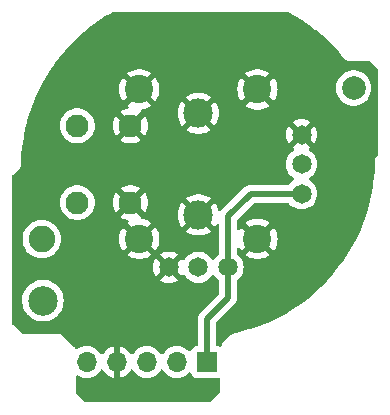
<source format=gbr>
%TF.GenerationSoftware,KiCad,Pcbnew,7.0.5*%
%TF.CreationDate,2023-08-21T15:09:17-04:00*%
%TF.ProjectId,StickLeft,53746963-6b4c-4656-9674-2e6b69636164,rev?*%
%TF.SameCoordinates,Original*%
%TF.FileFunction,Copper,L2,Bot*%
%TF.FilePolarity,Positive*%
%FSLAX46Y46*%
G04 Gerber Fmt 4.6, Leading zero omitted, Abs format (unit mm)*
G04 Created by KiCad (PCBNEW 7.0.5) date 2023-08-21 15:09:17*
%MOMM*%
%LPD*%
G01*
G04 APERTURE LIST*
%TA.AperFunction,ComponentPad*%
%ADD10R,1.700000X1.700000*%
%TD*%
%TA.AperFunction,ComponentPad*%
%ADD11O,1.700000X1.700000*%
%TD*%
%TA.AperFunction,ComponentPad*%
%ADD12C,1.950000*%
%TD*%
%TA.AperFunction,ComponentPad*%
%ADD13C,1.650000*%
%TD*%
%TA.AperFunction,ComponentPad*%
%ADD14C,2.000000*%
%TD*%
%TA.AperFunction,ComponentPad*%
%ADD15C,2.500000*%
%TD*%
%TA.AperFunction,ComponentPad*%
%ADD16C,2.250000*%
%TD*%
%TA.AperFunction,ComponentPad*%
%ADD17C,2.400000*%
%TD*%
%TA.AperFunction,ComponentPad*%
%ADD18C,2.475000*%
%TD*%
%TA.AperFunction,ViaPad*%
%ADD19C,0.600000*%
%TD*%
%TA.AperFunction,Conductor*%
%ADD20C,0.500000*%
%TD*%
G04 APERTURE END LIST*
D10*
%TO.P,J1,1,Pin_1*%
%TO.N,Net-(J1-Pin_1)*%
X143830000Y-119430000D03*
D11*
%TO.P,J1,2,Pin_2*%
%TO.N,Net-(J1-Pin_2)*%
X141290000Y-119430000D03*
%TO.P,J1,3,Pin_3*%
%TO.N,Net-(J1-Pin_3)*%
X138750000Y-119430000D03*
%TO.P,J1,4,Pin_4*%
%TO.N,GND*%
X136210000Y-119430000D03*
%TO.P,J1,5,Pin_5*%
%TO.N,Net-(J1-Pin_5)*%
X133670000Y-119430000D03*
%TD*%
D12*
%TO.P,U1,A1,A1*%
%TO.N,GND*%
X137370000Y-105940000D03*
X137370000Y-99440000D03*
D13*
%TO.P,U1,A11,A11*%
X140620000Y-111420000D03*
%TO.P,U1,A12,A12*%
%TO.N,Net-(J1-Pin_3)*%
X143120000Y-111420000D03*
%TO.P,U1,A13,A13*%
%TO.N,Net-(J1-Pin_1)*%
X145620000Y-111420000D03*
D12*
%TO.P,U1,B1,B1*%
%TO.N,Net-(J1-Pin_5)*%
X132870000Y-105940000D03*
X132870000Y-99440000D03*
D14*
%TO.P,U1,B2*%
%TO.N,N/C*%
X156260000Y-96242000D03*
D15*
X129960000Y-114242000D03*
D16*
%TO.P,U1,B3*%
X129860000Y-109042000D03*
D13*
%TO.P,U1,B11,B11*%
%TO.N,Net-(J1-Pin_1)*%
X151850000Y-105190000D03*
%TO.P,U1,B12,B12*%
%TO.N,Net-(J1-Pin_2)*%
X151850000Y-102690000D03*
%TO.P,U1,B13,B13*%
%TO.N,GND*%
X151850000Y-100190000D03*
D17*
%TO.P,U1,MH1,MH1*%
X148120000Y-109015000D03*
X148120000Y-96365000D03*
X138120000Y-109015000D03*
X138120000Y-96365000D03*
D18*
%TO.P,U1,MH2,MH2*%
X143120000Y-106990000D03*
X143120000Y-98390000D03*
%TD*%
D19*
%TO.N,GND*%
X130000000Y-100000000D03*
X132500000Y-95000000D03*
X132500000Y-117500000D03*
X135000000Y-122500000D03*
X142500000Y-122500000D03*
X150000000Y-115000000D03*
X155000000Y-110000000D03*
X157500000Y-105000000D03*
X157500000Y-100000000D03*
X152500000Y-92500000D03*
X147500000Y-92500000D03*
X142500000Y-92500000D03*
X137500000Y-92500000D03*
%TD*%
D20*
%TO.N,Net-(J1-Pin_1)*%
X147540000Y-105190000D02*
X145620000Y-107110000D01*
X145620000Y-111420000D02*
X145620000Y-114030000D01*
X145620000Y-114030000D02*
X143830000Y-115820000D01*
X143830000Y-115820000D02*
X143830000Y-119430000D01*
X145620000Y-107110000D02*
X145620000Y-111420000D01*
X151850000Y-105190000D02*
X147540000Y-105190000D01*
%TD*%
%TA.AperFunction,Conductor*%
%TO.N,GND*%
G36*
X136460000Y-120760633D02*
G01*
X136673483Y-120703433D01*
X136673492Y-120703429D01*
X136887578Y-120603600D01*
X137081082Y-120468105D01*
X137248105Y-120301082D01*
X137378119Y-120115405D01*
X137432696Y-120071781D01*
X137502195Y-120064588D01*
X137564549Y-120096110D01*
X137581269Y-120115405D01*
X137711505Y-120301401D01*
X137878599Y-120468495D01*
X137975384Y-120536264D01*
X138072165Y-120604032D01*
X138072167Y-120604033D01*
X138072170Y-120604035D01*
X138286337Y-120703903D01*
X138514592Y-120765063D01*
X138691034Y-120780500D01*
X138749999Y-120785659D01*
X138750000Y-120785659D01*
X138750001Y-120785659D01*
X138808966Y-120780500D01*
X138985408Y-120765063D01*
X139213663Y-120703903D01*
X139427830Y-120604035D01*
X139621401Y-120468495D01*
X139788495Y-120301401D01*
X139918424Y-120115842D01*
X139973002Y-120072217D01*
X140042500Y-120065023D01*
X140104855Y-120096546D01*
X140121575Y-120115842D01*
X140251281Y-120301082D01*
X140251505Y-120301401D01*
X140418599Y-120468495D01*
X140515384Y-120536264D01*
X140612165Y-120604032D01*
X140612167Y-120604033D01*
X140612170Y-120604035D01*
X140826337Y-120703903D01*
X141054592Y-120765063D01*
X141231034Y-120780500D01*
X141289999Y-120785659D01*
X141290000Y-120785659D01*
X141290001Y-120785659D01*
X141348966Y-120780500D01*
X141525408Y-120765063D01*
X141753663Y-120703903D01*
X141967830Y-120604035D01*
X142161401Y-120468495D01*
X142283329Y-120346566D01*
X142344648Y-120313084D01*
X142414340Y-120318068D01*
X142470274Y-120359939D01*
X142487189Y-120390917D01*
X142536202Y-120522328D01*
X142536206Y-120522335D01*
X142622452Y-120637544D01*
X142622455Y-120637547D01*
X142737664Y-120723793D01*
X142737671Y-120723797D01*
X142872517Y-120774091D01*
X142872516Y-120774091D01*
X142879444Y-120774835D01*
X142932127Y-120780500D01*
X144727872Y-120780499D01*
X144787483Y-120774091D01*
X144798106Y-120770128D01*
X144867795Y-120765142D01*
X144929119Y-120798624D01*
X144962607Y-120859946D01*
X144965441Y-120886853D01*
X144960702Y-121966721D01*
X144940723Y-122033674D01*
X144920493Y-122057584D01*
X144100870Y-122808907D01*
X144038150Y-122839697D01*
X144017080Y-122841500D01*
X133618676Y-122841500D01*
X133551637Y-122821815D01*
X133530995Y-122805181D01*
X132796818Y-122071004D01*
X132763333Y-122009681D01*
X132760499Y-121983332D01*
X132760499Y-120680018D01*
X132780184Y-120612980D01*
X132832988Y-120567225D01*
X132902146Y-120557281D01*
X132955621Y-120578443D01*
X132992170Y-120604035D01*
X133206337Y-120703903D01*
X133434592Y-120765063D01*
X133611034Y-120780500D01*
X133669999Y-120785659D01*
X133670000Y-120785659D01*
X133670001Y-120785659D01*
X133728966Y-120780500D01*
X133905408Y-120765063D01*
X134133663Y-120703903D01*
X134347830Y-120604035D01*
X134541401Y-120468495D01*
X134708495Y-120301401D01*
X134838730Y-120115405D01*
X134893307Y-120071781D01*
X134962805Y-120064587D01*
X135025160Y-120096110D01*
X135041879Y-120115405D01*
X135171890Y-120301078D01*
X135338917Y-120468105D01*
X135532421Y-120603600D01*
X135746507Y-120703429D01*
X135746516Y-120703433D01*
X135960000Y-120760634D01*
X135960000Y-119865501D01*
X136067685Y-119914680D01*
X136174237Y-119930000D01*
X136245763Y-119930000D01*
X136352315Y-119914680D01*
X136460000Y-119865501D01*
X136460000Y-120760633D01*
G37*
%TD.AperFunction*%
%TA.AperFunction,Conductor*%
G36*
X150858737Y-89858437D02*
G01*
X151326673Y-90121786D01*
X151329129Y-90123244D01*
X151913445Y-90488496D01*
X151915793Y-90490041D01*
X152482649Y-90881792D01*
X152484953Y-90883464D01*
X152948609Y-91236510D01*
X153033179Y-91300905D01*
X153035395Y-91302674D01*
X153563816Y-91744911D01*
X153565963Y-91746794D01*
X154073446Y-92212878D01*
X154075505Y-92214857D01*
X154561021Y-92703840D01*
X154562954Y-92705878D01*
X155025448Y-93216707D01*
X155027292Y-93218841D01*
X155464151Y-93748448D01*
X155468485Y-93754387D01*
X155480529Y-93773128D01*
X155481508Y-93773977D01*
X155497763Y-93791018D01*
X155507417Y-93803287D01*
X155507418Y-93803288D01*
X155507423Y-93803293D01*
X155563594Y-93845314D01*
X155567057Y-93848104D01*
X155589299Y-93867377D01*
X155595898Y-93871618D01*
X155609676Y-93879790D01*
X155612937Y-93882230D01*
X155612938Y-93882230D01*
X155612939Y-93882231D01*
X155683163Y-93910320D01*
X155685853Y-93911471D01*
X155720215Y-93927165D01*
X155720216Y-93927165D01*
X155727394Y-93929273D01*
X155727422Y-93929167D01*
X155735292Y-93931172D01*
X155735298Y-93931175D01*
X155769679Y-93935275D01*
X155809671Y-93940045D01*
X155811152Y-93940240D01*
X155818083Y-93941236D01*
X155826873Y-93942500D01*
X155826884Y-93942500D01*
X155828348Y-93942605D01*
X155833921Y-93942936D01*
X155849073Y-93944743D01*
X155866153Y-93946781D01*
X155866154Y-93946781D01*
X155866154Y-93946780D01*
X155866155Y-93946781D01*
X155887074Y-93943766D01*
X155904757Y-93942500D01*
X157599139Y-93942500D01*
X157666178Y-93962185D01*
X157686701Y-93978700D01*
X158097225Y-94388130D01*
X158323063Y-94613366D01*
X158356630Y-94674644D01*
X158359499Y-94701164D01*
X158359499Y-101878000D01*
X158339814Y-101945039D01*
X158321900Y-101966943D01*
X158258242Y-102028781D01*
X158252474Y-102033735D01*
X158252178Y-102033959D01*
X158206732Y-102078817D01*
X158182457Y-102102400D01*
X158180920Y-102104123D01*
X158178224Y-102106958D01*
X158158385Y-102126542D01*
X158158384Y-102126543D01*
X158143149Y-102152536D01*
X158138747Y-102159061D01*
X158116646Y-102187710D01*
X158108538Y-102208521D01*
X158099983Y-102226196D01*
X158091752Y-102240240D01*
X158081985Y-102275767D01*
X158079973Y-102281837D01*
X158064400Y-102321812D01*
X158063125Y-102336615D01*
X158059151Y-102358821D01*
X158056818Y-102367307D01*
X158056818Y-102367314D01*
X158056535Y-102410845D01*
X158056308Y-102415762D01*
X158052051Y-102465203D01*
X158052051Y-102465209D01*
X158052086Y-102465378D01*
X158054487Y-102493851D01*
X158033079Y-103176344D01*
X158032905Y-103179422D01*
X157972803Y-103918990D01*
X157972479Y-103922029D01*
X157939758Y-104170731D01*
X157875691Y-104657670D01*
X157875213Y-104660716D01*
X157741978Y-105390623D01*
X157741349Y-105393642D01*
X157571991Y-106116042D01*
X157571213Y-106119026D01*
X157366155Y-106832107D01*
X157365230Y-106835048D01*
X157124979Y-107537054D01*
X157123909Y-107539946D01*
X156849060Y-108229138D01*
X156847847Y-108231973D01*
X156539081Y-108906641D01*
X156537729Y-108909412D01*
X156195797Y-109567919D01*
X156194309Y-109570620D01*
X155820077Y-110211296D01*
X155818456Y-110213919D01*
X155412837Y-110835206D01*
X155411087Y-110837745D01*
X154975069Y-111438123D01*
X154973195Y-111440572D01*
X154507895Y-112018501D01*
X154505903Y-112020854D01*
X154012439Y-112574951D01*
X154010332Y-112577202D01*
X153489951Y-113106069D01*
X153487734Y-113108213D01*
X152941670Y-113610589D01*
X152939350Y-113612620D01*
X152369018Y-114087207D01*
X152366599Y-114089120D01*
X151773365Y-114534781D01*
X151770854Y-114536571D01*
X151156199Y-114952192D01*
X151153603Y-114953855D01*
X150895168Y-115110471D01*
X150519054Y-115338403D01*
X150516396Y-115339926D01*
X149863518Y-115692454D01*
X149860769Y-115693851D01*
X149191160Y-116013496D01*
X149188345Y-116014755D01*
X148503687Y-116300714D01*
X148500813Y-116301831D01*
X147802794Y-116553400D01*
X147799869Y-116554373D01*
X147090188Y-116770938D01*
X147087218Y-116771764D01*
X146365478Y-116953329D01*
X146363980Y-116953686D01*
X146300494Y-116967990D01*
X146295857Y-116969369D01*
X146244695Y-116981140D01*
X146244685Y-116981143D01*
X146015900Y-117067946D01*
X146015892Y-117067950D01*
X145801034Y-117185065D01*
X145801032Y-117185066D01*
X145604104Y-117330309D01*
X145604096Y-117330316D01*
X145428749Y-117500995D01*
X145278238Y-117693942D01*
X145278236Y-117693945D01*
X145155376Y-117905550D01*
X145155369Y-117905564D01*
X145087882Y-118069923D01*
X145044208Y-118124461D01*
X144977982Y-118146730D01*
X144929842Y-118139005D01*
X144787482Y-118085908D01*
X144787483Y-118085908D01*
X144727883Y-118079501D01*
X144727881Y-118079500D01*
X144727873Y-118079500D01*
X144727865Y-118079500D01*
X144704500Y-118079500D01*
X144637461Y-118059815D01*
X144591706Y-118007011D01*
X144580500Y-117955500D01*
X144580500Y-116182228D01*
X144600185Y-116115189D01*
X144616814Y-116094552D01*
X146105638Y-114605727D01*
X146119267Y-114593950D01*
X146138530Y-114579610D01*
X146138532Y-114579606D01*
X146138534Y-114579606D01*
X146156663Y-114557999D01*
X146172113Y-114539585D01*
X146175767Y-114535599D01*
X146176585Y-114534781D01*
X146181590Y-114529777D01*
X146201376Y-114504750D01*
X146202494Y-114503378D01*
X146251302Y-114445214D01*
X146251303Y-114445211D01*
X146255272Y-114439179D01*
X146255323Y-114439212D01*
X146259369Y-114432860D01*
X146259317Y-114432828D01*
X146263109Y-114426679D01*
X146263111Y-114426677D01*
X146295195Y-114357869D01*
X146295958Y-114356292D01*
X146330040Y-114288433D01*
X146330043Y-114288417D01*
X146332510Y-114281644D01*
X146332568Y-114281665D01*
X146335043Y-114274546D01*
X146334985Y-114274527D01*
X146337255Y-114267677D01*
X146342556Y-114242004D01*
X146352608Y-114193319D01*
X146352990Y-114191596D01*
X146370501Y-114117716D01*
X146371339Y-114110548D01*
X146371397Y-114110554D01*
X146372164Y-114103056D01*
X146372104Y-114103051D01*
X146372733Y-114095860D01*
X146370526Y-114019988D01*
X146370500Y-114018185D01*
X146370500Y-112577180D01*
X146390185Y-112510141D01*
X146423377Y-112475605D01*
X146475269Y-112439270D01*
X146639270Y-112275269D01*
X146772301Y-112085282D01*
X146870320Y-111875079D01*
X146930349Y-111651050D01*
X146948870Y-111439357D01*
X146950563Y-111420001D01*
X146950563Y-111419998D01*
X146940681Y-111307047D01*
X146930349Y-111188950D01*
X146870320Y-110964921D01*
X146772301Y-110754719D01*
X146772299Y-110754716D01*
X146772298Y-110754714D01*
X146639273Y-110564735D01*
X146639268Y-110564729D01*
X146475272Y-110400733D01*
X146475270Y-110400731D01*
X146475269Y-110400730D01*
X146475264Y-110400726D01*
X146475261Y-110400724D01*
X146423376Y-110364393D01*
X146379751Y-110309816D01*
X146370500Y-110262819D01*
X146370500Y-109847551D01*
X146390185Y-109780512D01*
X146442989Y-109734757D01*
X146512147Y-109724813D01*
X146575703Y-109753838D01*
X146601887Y-109785551D01*
X146711457Y-109975332D01*
X146753452Y-110027993D01*
X146753453Y-110027993D01*
X147403338Y-109378108D01*
X147490577Y-109516948D01*
X147618052Y-109644423D01*
X147756890Y-109731661D01*
X147106813Y-110381737D01*
X147267623Y-110491375D01*
X147267624Y-110491376D01*
X147497176Y-110601921D01*
X147497174Y-110601921D01*
X147740652Y-110677024D01*
X147740658Y-110677026D01*
X147992595Y-110714999D01*
X147992604Y-110715000D01*
X148247396Y-110715000D01*
X148247404Y-110714999D01*
X148499341Y-110677026D01*
X148499347Y-110677024D01*
X148742824Y-110601921D01*
X148972381Y-110491373D01*
X149133185Y-110381737D01*
X148483108Y-109731661D01*
X148621948Y-109644423D01*
X148749423Y-109516948D01*
X148836661Y-109378108D01*
X149486545Y-110027993D01*
X149528545Y-109975327D01*
X149655941Y-109754671D01*
X149749026Y-109517494D01*
X149749031Y-109517477D01*
X149805726Y-109269079D01*
X149824767Y-109015004D01*
X149824767Y-109014995D01*
X149805726Y-108760920D01*
X149749031Y-108512522D01*
X149749026Y-108512505D01*
X149655941Y-108275328D01*
X149655942Y-108275328D01*
X149528544Y-108054671D01*
X149486546Y-108002006D01*
X148836661Y-108651890D01*
X148749423Y-108513052D01*
X148621948Y-108385577D01*
X148483107Y-108298337D01*
X149133185Y-107648261D01*
X148972377Y-107538624D01*
X148972376Y-107538623D01*
X148742823Y-107428078D01*
X148742825Y-107428078D01*
X148499347Y-107352975D01*
X148499341Y-107352973D01*
X148247404Y-107315000D01*
X147992595Y-107315000D01*
X147740658Y-107352973D01*
X147740652Y-107352975D01*
X147497175Y-107428078D01*
X147267624Y-107538623D01*
X147267616Y-107538628D01*
X147106813Y-107648261D01*
X147756891Y-108298338D01*
X147618052Y-108385577D01*
X147490577Y-108513052D01*
X147403338Y-108651891D01*
X146753453Y-108002006D01*
X146711455Y-108054670D01*
X146601887Y-108244448D01*
X146551320Y-108292664D01*
X146482713Y-108305886D01*
X146417848Y-108279918D01*
X146377320Y-108223004D01*
X146370500Y-108182448D01*
X146370500Y-107472230D01*
X146390185Y-107405191D01*
X146406819Y-107384549D01*
X147814549Y-105976819D01*
X147875872Y-105943334D01*
X147902230Y-105940500D01*
X150692820Y-105940500D01*
X150759859Y-105960185D01*
X150794394Y-105993376D01*
X150830730Y-106045269D01*
X150994731Y-106209270D01*
X151184718Y-106342301D01*
X151394921Y-106440320D01*
X151618950Y-106500349D01*
X151776424Y-106514126D01*
X151849998Y-106520563D01*
X151850000Y-106520563D01*
X151850002Y-106520563D01*
X151923576Y-106514126D01*
X152081050Y-106500349D01*
X152305079Y-106440320D01*
X152515282Y-106342301D01*
X152705269Y-106209270D01*
X152869270Y-106045269D01*
X153002301Y-105855282D01*
X153100320Y-105645079D01*
X153160349Y-105421050D01*
X153180563Y-105190000D01*
X153160349Y-104958950D01*
X153100320Y-104734921D01*
X153002301Y-104524719D01*
X153002299Y-104524716D01*
X153002298Y-104524714D01*
X152869273Y-104334735D01*
X152869268Y-104334729D01*
X152705269Y-104170730D01*
X152520814Y-104041572D01*
X152477192Y-103986998D01*
X152469999Y-103917499D01*
X152501521Y-103855145D01*
X152520809Y-103838430D01*
X152705269Y-103709270D01*
X152869270Y-103545269D01*
X153002301Y-103355282D01*
X153100320Y-103145079D01*
X153160349Y-102921050D01*
X153180563Y-102690000D01*
X153160349Y-102458950D01*
X153100320Y-102234921D01*
X153002301Y-102024719D01*
X153002299Y-102024716D01*
X153002298Y-102024714D01*
X152869273Y-101834735D01*
X152869268Y-101834729D01*
X152705269Y-101670730D01*
X152705269Y-101670729D01*
X152520379Y-101541268D01*
X152476757Y-101486693D01*
X152469564Y-101417194D01*
X152501086Y-101354840D01*
X152520381Y-101338120D01*
X152593423Y-101286975D01*
X152021568Y-100715121D01*
X152138458Y-100664349D01*
X152255739Y-100568934D01*
X152342928Y-100445415D01*
X152373354Y-100359802D01*
X152946975Y-100933423D01*
X153001867Y-100855030D01*
X153099847Y-100644909D01*
X153099851Y-100644900D01*
X153159852Y-100420968D01*
X153159854Y-100420958D01*
X153180061Y-100190000D01*
X153180061Y-100189999D01*
X153159854Y-99959041D01*
X153159852Y-99959031D01*
X153099851Y-99735099D01*
X153099847Y-99735090D01*
X153001868Y-99524972D01*
X152946974Y-99446576D01*
X152375929Y-100017622D01*
X152373116Y-100004085D01*
X152303558Y-99869844D01*
X152200362Y-99759348D01*
X152071181Y-99680791D01*
X152019997Y-99666450D01*
X152593423Y-99093024D01*
X152593422Y-99093023D01*
X152515031Y-99038133D01*
X152515029Y-99038132D01*
X152304909Y-98940152D01*
X152304900Y-98940148D01*
X152080968Y-98880147D01*
X152080958Y-98880145D01*
X151850001Y-98859939D01*
X151849999Y-98859939D01*
X151619041Y-98880145D01*
X151619031Y-98880147D01*
X151395099Y-98940148D01*
X151395090Y-98940152D01*
X151184971Y-99038132D01*
X151184969Y-99038133D01*
X151106577Y-99093024D01*
X151106576Y-99093024D01*
X151678431Y-99664878D01*
X151561542Y-99715651D01*
X151444261Y-99811066D01*
X151357072Y-99934585D01*
X151326645Y-100020197D01*
X150753024Y-99446576D01*
X150753024Y-99446577D01*
X150698133Y-99524969D01*
X150698132Y-99524971D01*
X150600152Y-99735090D01*
X150600148Y-99735099D01*
X150540147Y-99959031D01*
X150540145Y-99959041D01*
X150519939Y-100189999D01*
X150519939Y-100190000D01*
X150540145Y-100420958D01*
X150540147Y-100420968D01*
X150600148Y-100644900D01*
X150600152Y-100644909D01*
X150698132Y-100855029D01*
X150698133Y-100855031D01*
X150753023Y-100933422D01*
X150753024Y-100933423D01*
X151324070Y-100362376D01*
X151326884Y-100375915D01*
X151396442Y-100510156D01*
X151499638Y-100620652D01*
X151628819Y-100699209D01*
X151680002Y-100713549D01*
X151106575Y-101286975D01*
X151106575Y-101286976D01*
X151179618Y-101338120D01*
X151223243Y-101392696D01*
X151230437Y-101462194D01*
X151198915Y-101524549D01*
X151179619Y-101541270D01*
X150994731Y-101670730D01*
X150994729Y-101670731D01*
X150830731Y-101834729D01*
X150830726Y-101834735D01*
X150697701Y-102024714D01*
X150697699Y-102024718D01*
X150599681Y-102234917D01*
X150539651Y-102458948D01*
X150539650Y-102458955D01*
X150519437Y-102689998D01*
X150519437Y-102690001D01*
X150539650Y-102921044D01*
X150539651Y-102921051D01*
X150599678Y-103145074D01*
X150599679Y-103145076D01*
X150599680Y-103145079D01*
X150697699Y-103355282D01*
X150741520Y-103417864D01*
X150830730Y-103545269D01*
X150994730Y-103709269D01*
X151179183Y-103838425D01*
X151222808Y-103893002D01*
X151230000Y-103962501D01*
X151198478Y-104024855D01*
X151179183Y-104041575D01*
X150994731Y-104170730D01*
X150994729Y-104170731D01*
X150830731Y-104334729D01*
X150830726Y-104334735D01*
X150794395Y-104386623D01*
X150739819Y-104430248D01*
X150692820Y-104439500D01*
X147603705Y-104439500D01*
X147585735Y-104438191D01*
X147561972Y-104434710D01*
X147516533Y-104438686D01*
X147509931Y-104439264D01*
X147504530Y-104439500D01*
X147496283Y-104439500D01*
X147464606Y-104443202D01*
X147462832Y-104443384D01*
X147432390Y-104446047D01*
X147387198Y-104450001D01*
X147380132Y-104451460D01*
X147380120Y-104451404D01*
X147372763Y-104453035D01*
X147372777Y-104453092D01*
X147365740Y-104454760D01*
X147294385Y-104480729D01*
X147292685Y-104481320D01*
X147220668Y-104505184D01*
X147214126Y-104508235D01*
X147214101Y-104508183D01*
X147207308Y-104511471D01*
X147207334Y-104511522D01*
X147200886Y-104514760D01*
X147137476Y-104556465D01*
X147135957Y-104557432D01*
X147071344Y-104597288D01*
X147065677Y-104601769D01*
X147065641Y-104601723D01*
X147059798Y-104606484D01*
X147059835Y-104606528D01*
X147054309Y-104611164D01*
X147002229Y-104666364D01*
X147000974Y-104667657D01*
X145134358Y-106534272D01*
X145120729Y-106546051D01*
X145101468Y-106560390D01*
X145067898Y-106600397D01*
X145064253Y-106604376D01*
X145058407Y-106610223D01*
X145038618Y-106635251D01*
X145037482Y-106636645D01*
X145028080Y-106647851D01*
X144969910Y-106686556D01*
X144900050Y-106687668D01*
X144840678Y-106650834D01*
X144812196Y-106595742D01*
X144784966Y-106476440D01*
X144784960Y-106476421D01*
X144689822Y-106234012D01*
X144559612Y-106008483D01*
X144513230Y-105950321D01*
X143852740Y-106610811D01*
X143806870Y-106524290D01*
X143690698Y-106387522D01*
X143547840Y-106278924D01*
X143499765Y-106256682D01*
X144160172Y-105596274D01*
X143991186Y-105481062D01*
X143991177Y-105481057D01*
X143756562Y-105368073D01*
X143756564Y-105368073D01*
X143507722Y-105291315D01*
X143507716Y-105291314D01*
X143250213Y-105252500D01*
X142989786Y-105252500D01*
X142732283Y-105291314D01*
X142732277Y-105291315D01*
X142483436Y-105368073D01*
X142248819Y-105481059D01*
X142248806Y-105481066D01*
X142079826Y-105596273D01*
X142739606Y-106256053D01*
X142617787Y-106329350D01*
X142487508Y-106452757D01*
X142386804Y-106601284D01*
X142384219Y-106607771D01*
X141726769Y-105950322D01*
X141680385Y-106008486D01*
X141550177Y-106234012D01*
X141455039Y-106476421D01*
X141455033Y-106476440D01*
X141397088Y-106730317D01*
X141397087Y-106730322D01*
X141377628Y-106989995D01*
X141377628Y-106990004D01*
X141397087Y-107249677D01*
X141397088Y-107249682D01*
X141455033Y-107503559D01*
X141455039Y-107503578D01*
X141550177Y-107745987D01*
X141680387Y-107971516D01*
X141726768Y-108029677D01*
X141726769Y-108029677D01*
X142387258Y-107369187D01*
X142433130Y-107455710D01*
X142549302Y-107592478D01*
X142692160Y-107701076D01*
X142740234Y-107723317D01*
X142079826Y-108383724D01*
X142248813Y-108498937D01*
X142248822Y-108498942D01*
X142483437Y-108611926D01*
X142483435Y-108611926D01*
X142732277Y-108688684D01*
X142732283Y-108688685D01*
X142989786Y-108727499D01*
X142989793Y-108727500D01*
X143250207Y-108727500D01*
X143250213Y-108727499D01*
X143507716Y-108688685D01*
X143507722Y-108688684D01*
X143756563Y-108611926D01*
X143991177Y-108498942D01*
X143991179Y-108498941D01*
X144160172Y-108383724D01*
X143500393Y-107723946D01*
X143622213Y-107650650D01*
X143752492Y-107527243D01*
X143853196Y-107378716D01*
X143855780Y-107372228D01*
X144513229Y-108029677D01*
X144559615Y-107971511D01*
X144638113Y-107835551D01*
X144688680Y-107787335D01*
X144757287Y-107774113D01*
X144822152Y-107800081D01*
X144862680Y-107856995D01*
X144869500Y-107897551D01*
X144869500Y-110262819D01*
X144849815Y-110329858D01*
X144816624Y-110364393D01*
X144764738Y-110400724D01*
X144764727Y-110400733D01*
X144600731Y-110564729D01*
X144600726Y-110564735D01*
X144471575Y-110749183D01*
X144416998Y-110792808D01*
X144347500Y-110800002D01*
X144285145Y-110768479D01*
X144268425Y-110749183D01*
X144139273Y-110564735D01*
X144139268Y-110564729D01*
X143975269Y-110400730D01*
X143948144Y-110381737D01*
X143785282Y-110267699D01*
X143575079Y-110169680D01*
X143575076Y-110169679D01*
X143575074Y-110169678D01*
X143351051Y-110109651D01*
X143351044Y-110109650D01*
X143120002Y-110089437D01*
X143119998Y-110089437D01*
X142888955Y-110109650D01*
X142888948Y-110109651D01*
X142664917Y-110169681D01*
X142454718Y-110267699D01*
X142454714Y-110267701D01*
X142264735Y-110400726D01*
X142264729Y-110400731D01*
X142100731Y-110564729D01*
X142100730Y-110564731D01*
X141971270Y-110749619D01*
X141916693Y-110793243D01*
X141847194Y-110800436D01*
X141784840Y-110768914D01*
X141768121Y-110749619D01*
X141716975Y-110676576D01*
X141716974Y-110676576D01*
X141145929Y-111247622D01*
X141143116Y-111234085D01*
X141073558Y-111099844D01*
X140970362Y-110989348D01*
X140841181Y-110910791D01*
X140789997Y-110896450D01*
X141363423Y-110323024D01*
X141363422Y-110323023D01*
X141285031Y-110268133D01*
X141285029Y-110268132D01*
X141074909Y-110170152D01*
X141074900Y-110170148D01*
X140850968Y-110110147D01*
X140850958Y-110110145D01*
X140620001Y-110089939D01*
X140619999Y-110089939D01*
X140389041Y-110110145D01*
X140389031Y-110110147D01*
X140165099Y-110170148D01*
X140165090Y-110170152D01*
X139954971Y-110268132D01*
X139954969Y-110268133D01*
X139876577Y-110323024D01*
X139876576Y-110323024D01*
X140448431Y-110894878D01*
X140331542Y-110945651D01*
X140214261Y-111041066D01*
X140127072Y-111164585D01*
X140096645Y-111250197D01*
X139523024Y-110676576D01*
X139523024Y-110676577D01*
X139468133Y-110754969D01*
X139468132Y-110754971D01*
X139370152Y-110965090D01*
X139370148Y-110965099D01*
X139310147Y-111189031D01*
X139310145Y-111189041D01*
X139289939Y-111419999D01*
X139289939Y-111420000D01*
X139310145Y-111650958D01*
X139310147Y-111650968D01*
X139370148Y-111874900D01*
X139370152Y-111874909D01*
X139468132Y-112085029D01*
X139468133Y-112085031D01*
X139523023Y-112163422D01*
X139523024Y-112163423D01*
X140094070Y-111592376D01*
X140096884Y-111605915D01*
X140166442Y-111740156D01*
X140269638Y-111850652D01*
X140398819Y-111929209D01*
X140450002Y-111943549D01*
X139876575Y-112516975D01*
X139954973Y-112571868D01*
X140165090Y-112669847D01*
X140165099Y-112669851D01*
X140389031Y-112729852D01*
X140389041Y-112729854D01*
X140619999Y-112750061D01*
X140620001Y-112750061D01*
X140850958Y-112729854D01*
X140850968Y-112729852D01*
X141074900Y-112669851D01*
X141074909Y-112669847D01*
X141285030Y-112571867D01*
X141363423Y-112516975D01*
X140791568Y-111945121D01*
X140908458Y-111894349D01*
X141025739Y-111798934D01*
X141112928Y-111675415D01*
X141143354Y-111589802D01*
X141716975Y-112163423D01*
X141768120Y-112090381D01*
X141822697Y-112046757D01*
X141892196Y-112039564D01*
X141954550Y-112071086D01*
X141971266Y-112090377D01*
X142100730Y-112275269D01*
X142264731Y-112439270D01*
X142454718Y-112572301D01*
X142664921Y-112670320D01*
X142888950Y-112730349D01*
X143053985Y-112744787D01*
X143119998Y-112750563D01*
X143120000Y-112750563D01*
X143120002Y-112750563D01*
X143177762Y-112745509D01*
X143351050Y-112730349D01*
X143575079Y-112670320D01*
X143785282Y-112572301D01*
X143975269Y-112439270D01*
X144139270Y-112275269D01*
X144268427Y-112090814D01*
X144323002Y-112047192D01*
X144392501Y-112039999D01*
X144454855Y-112071521D01*
X144471569Y-112090809D01*
X144600729Y-112275269D01*
X144600730Y-112275269D01*
X144764729Y-112439268D01*
X144764735Y-112439273D01*
X144816623Y-112475605D01*
X144860248Y-112530181D01*
X144869500Y-112577180D01*
X144869500Y-113667769D01*
X144849815Y-113734808D01*
X144833181Y-113755450D01*
X143344358Y-115244272D01*
X143330729Y-115256051D01*
X143311468Y-115270390D01*
X143277898Y-115310397D01*
X143274253Y-115314376D01*
X143268407Y-115320223D01*
X143248618Y-115345251D01*
X143247481Y-115346647D01*
X143198694Y-115404790D01*
X143194729Y-115410819D01*
X143194682Y-115410788D01*
X143190630Y-115417147D01*
X143190679Y-115417177D01*
X143186889Y-115423321D01*
X143154812Y-115492110D01*
X143154027Y-115493731D01*
X143119957Y-115561572D01*
X143117488Y-115568357D01*
X143117432Y-115568336D01*
X143114960Y-115575450D01*
X143115015Y-115575469D01*
X143112743Y-115582325D01*
X143097391Y-115656670D01*
X143097001Y-115658428D01*
X143079499Y-115732279D01*
X143078661Y-115739454D01*
X143078601Y-115739447D01*
X143077835Y-115746945D01*
X143077895Y-115746951D01*
X143077265Y-115754140D01*
X143079474Y-115830030D01*
X143079500Y-115831833D01*
X143079500Y-117955500D01*
X143059815Y-118022539D01*
X143007011Y-118068294D01*
X142955505Y-118079500D01*
X142932132Y-118079500D01*
X142932123Y-118079501D01*
X142872516Y-118085908D01*
X142737671Y-118136202D01*
X142737664Y-118136206D01*
X142622455Y-118222452D01*
X142622452Y-118222455D01*
X142536206Y-118337664D01*
X142536203Y-118337669D01*
X142487189Y-118469083D01*
X142445317Y-118525016D01*
X142379853Y-118549433D01*
X142311580Y-118534581D01*
X142283326Y-118513430D01*
X142161402Y-118391506D01*
X142161395Y-118391501D01*
X141967834Y-118255967D01*
X141967830Y-118255965D01*
X141899060Y-118223897D01*
X141753663Y-118156097D01*
X141753659Y-118156096D01*
X141753655Y-118156094D01*
X141525413Y-118094938D01*
X141525403Y-118094936D01*
X141290001Y-118074341D01*
X141289999Y-118074341D01*
X141054596Y-118094936D01*
X141054586Y-118094938D01*
X140826344Y-118156094D01*
X140826335Y-118156098D01*
X140612171Y-118255964D01*
X140612169Y-118255965D01*
X140418597Y-118391505D01*
X140251505Y-118558597D01*
X140121575Y-118744158D01*
X140066998Y-118787783D01*
X139997500Y-118794977D01*
X139935145Y-118763454D01*
X139918425Y-118744158D01*
X139788494Y-118558597D01*
X139621402Y-118391506D01*
X139621395Y-118391501D01*
X139427834Y-118255967D01*
X139427830Y-118255965D01*
X139359060Y-118223897D01*
X139213663Y-118156097D01*
X139213659Y-118156096D01*
X139213655Y-118156094D01*
X138985413Y-118094938D01*
X138985403Y-118094936D01*
X138750001Y-118074341D01*
X138749999Y-118074341D01*
X138514596Y-118094936D01*
X138514586Y-118094938D01*
X138286344Y-118156094D01*
X138286335Y-118156098D01*
X138072171Y-118255964D01*
X138072169Y-118255965D01*
X137878597Y-118391505D01*
X137711508Y-118558594D01*
X137581269Y-118744595D01*
X137526692Y-118788219D01*
X137457193Y-118795412D01*
X137394839Y-118763890D01*
X137378119Y-118744594D01*
X137248113Y-118558926D01*
X137248108Y-118558920D01*
X137081082Y-118391894D01*
X136887578Y-118256399D01*
X136673492Y-118156570D01*
X136673486Y-118156567D01*
X136460000Y-118099364D01*
X136460000Y-118994498D01*
X136352315Y-118945320D01*
X136245763Y-118930000D01*
X136174237Y-118930000D01*
X136067685Y-118945320D01*
X135960000Y-118994498D01*
X135960000Y-118099364D01*
X135959999Y-118099364D01*
X135746513Y-118156567D01*
X135746507Y-118156570D01*
X135532422Y-118256399D01*
X135532420Y-118256400D01*
X135338926Y-118391886D01*
X135338920Y-118391891D01*
X135171891Y-118558920D01*
X135171890Y-118558922D01*
X135041880Y-118744595D01*
X134987303Y-118788219D01*
X134917804Y-118795412D01*
X134855450Y-118763890D01*
X134838730Y-118744594D01*
X134708494Y-118558597D01*
X134541402Y-118391506D01*
X134541395Y-118391501D01*
X134347834Y-118255967D01*
X134347830Y-118255965D01*
X134279060Y-118223897D01*
X134133663Y-118156097D01*
X134133659Y-118156096D01*
X134133655Y-118156094D01*
X133905413Y-118094938D01*
X133905403Y-118094936D01*
X133670001Y-118074341D01*
X133669999Y-118074341D01*
X133434596Y-118094936D01*
X133434586Y-118094938D01*
X133206344Y-118156094D01*
X133206335Y-118156098D01*
X132992171Y-118255964D01*
X132992169Y-118255965D01*
X132879825Y-118334629D01*
X132813618Y-118356956D01*
X132745851Y-118339945D01*
X132711803Y-118304759D01*
X132709114Y-118306773D01*
X132703796Y-118299669D01*
X132700905Y-118295807D01*
X132687379Y-118273010D01*
X132685377Y-118268627D01*
X132674782Y-118256400D01*
X132651411Y-118229427D01*
X132648633Y-118225979D01*
X132639229Y-118213417D01*
X132639224Y-118213412D01*
X132639221Y-118213407D01*
X132628097Y-118202283D01*
X132625103Y-118199067D01*
X132591128Y-118159857D01*
X132591125Y-118159854D01*
X132587066Y-118157246D01*
X132566428Y-118140614D01*
X131661385Y-117235571D01*
X131644750Y-117214928D01*
X131642145Y-117210874D01*
X131642142Y-117210871D01*
X131612361Y-117185066D01*
X131602932Y-117176896D01*
X131599700Y-117173886D01*
X131588596Y-117162782D01*
X131588588Y-117162775D01*
X131576013Y-117153362D01*
X131572583Y-117150598D01*
X131533373Y-117116623D01*
X131533371Y-117116622D01*
X131533367Y-117116619D01*
X131528983Y-117114617D01*
X131506194Y-117101096D01*
X131502331Y-117098204D01*
X131502329Y-117098203D01*
X131453716Y-117080071D01*
X131449642Y-117078383D01*
X131402457Y-117056835D01*
X131402455Y-117056834D01*
X131397682Y-117056148D01*
X131372000Y-117049593D01*
X131367485Y-117047909D01*
X131315740Y-117044207D01*
X131311343Y-117043734D01*
X131295799Y-117041500D01*
X131280094Y-117041500D01*
X131275671Y-117041342D01*
X131258083Y-117040084D01*
X131223929Y-117037641D01*
X131223925Y-117037641D01*
X131219215Y-117038666D01*
X131192857Y-117041500D01*
X128218676Y-117041500D01*
X128151637Y-117021815D01*
X128130995Y-117005181D01*
X127810145Y-116684331D01*
X127396816Y-116271001D01*
X127363333Y-116209681D01*
X127360500Y-116183332D01*
X127360500Y-114242004D01*
X128204592Y-114242004D01*
X128224196Y-114503620D01*
X128224197Y-114503625D01*
X128224197Y-114503629D01*
X128224198Y-114503630D01*
X128230166Y-114529777D01*
X128282576Y-114759402D01*
X128282578Y-114759411D01*
X128282580Y-114759416D01*
X128378432Y-115003643D01*
X128509614Y-115230857D01*
X128641736Y-115396533D01*
X128673198Y-115435985D01*
X128830917Y-115582325D01*
X128865521Y-115614433D01*
X129082296Y-115762228D01*
X129082301Y-115762230D01*
X129082302Y-115762231D01*
X129082303Y-115762232D01*
X129207843Y-115822688D01*
X129318673Y-115876061D01*
X129318674Y-115876061D01*
X129318677Y-115876063D01*
X129569385Y-115953396D01*
X129828818Y-115992500D01*
X130091182Y-115992500D01*
X130350615Y-115953396D01*
X130601323Y-115876063D01*
X130837704Y-115762228D01*
X131054479Y-115614433D01*
X131246805Y-115435981D01*
X131410386Y-115230857D01*
X131541568Y-115003643D01*
X131637420Y-114759416D01*
X131695802Y-114503630D01*
X131695823Y-114503356D01*
X131715408Y-114242004D01*
X131715408Y-114241995D01*
X131695803Y-113980379D01*
X131695802Y-113980374D01*
X131695802Y-113980370D01*
X131637420Y-113724584D01*
X131541568Y-113480357D01*
X131410386Y-113253143D01*
X131246805Y-113048019D01*
X131246804Y-113048018D01*
X131246801Y-113048014D01*
X131054479Y-112869567D01*
X131054479Y-112869566D01*
X130837704Y-112721772D01*
X130837700Y-112721770D01*
X130837697Y-112721768D01*
X130837696Y-112721767D01*
X130601325Y-112607938D01*
X130601327Y-112607938D01*
X130350623Y-112530606D01*
X130350619Y-112530605D01*
X130350615Y-112530604D01*
X130214855Y-112510141D01*
X130091187Y-112491500D01*
X130091182Y-112491500D01*
X129828818Y-112491500D01*
X129828812Y-112491500D01*
X129688632Y-112512630D01*
X129569385Y-112530604D01*
X129569381Y-112530605D01*
X129569382Y-112530605D01*
X129569376Y-112530606D01*
X129318673Y-112607938D01*
X129082303Y-112721767D01*
X129082302Y-112721768D01*
X128865520Y-112869567D01*
X128673198Y-113048014D01*
X128509614Y-113253143D01*
X128378432Y-113480356D01*
X128282582Y-113724578D01*
X128282576Y-113724597D01*
X128224197Y-113980374D01*
X128224196Y-113980379D01*
X128204592Y-114241995D01*
X128204592Y-114242004D01*
X127360500Y-114242004D01*
X127360500Y-109041999D01*
X128229474Y-109041999D01*
X128249547Y-109297064D01*
X128249547Y-109297067D01*
X128249548Y-109297070D01*
X128266710Y-109368553D01*
X128309279Y-109545864D01*
X128407188Y-109782239D01*
X128407190Y-109782242D01*
X128540875Y-110000396D01*
X128540878Y-110000401D01*
X128564444Y-110027993D01*
X128707044Y-110194956D01*
X128831579Y-110301319D01*
X128901598Y-110361121D01*
X128901600Y-110361122D01*
X128901601Y-110361123D01*
X128966239Y-110400733D01*
X129119757Y-110494809D01*
X129119760Y-110494811D01*
X129288573Y-110564735D01*
X129356140Y-110592722D01*
X129604930Y-110652452D01*
X129860000Y-110672526D01*
X130115070Y-110652452D01*
X130363860Y-110592722D01*
X130482051Y-110543765D01*
X130600239Y-110494811D01*
X130600240Y-110494810D01*
X130600243Y-110494809D01*
X130818399Y-110361123D01*
X131012956Y-110194956D01*
X131179123Y-110000399D01*
X131312809Y-109782243D01*
X131330168Y-109740336D01*
X131410720Y-109545864D01*
X131410722Y-109545860D01*
X131470452Y-109297070D01*
X131490526Y-109042000D01*
X131470452Y-108786930D01*
X131410722Y-108538140D01*
X131394484Y-108498937D01*
X131312811Y-108301760D01*
X131312809Y-108301757D01*
X131179124Y-108083603D01*
X131179121Y-108083598D01*
X131109434Y-108002006D01*
X131012956Y-107889044D01*
X130878389Y-107774113D01*
X130818401Y-107722878D01*
X130818396Y-107722875D01*
X130600242Y-107589190D01*
X130600239Y-107589188D01*
X130363864Y-107491279D01*
X130284520Y-107472230D01*
X130115070Y-107431548D01*
X130115067Y-107431547D01*
X130115064Y-107431547D01*
X129860000Y-107411474D01*
X129604935Y-107431547D01*
X129604931Y-107431547D01*
X129604930Y-107431548D01*
X129480535Y-107461413D01*
X129356135Y-107491279D01*
X129119760Y-107589188D01*
X129119757Y-107589190D01*
X128901603Y-107722875D01*
X128901598Y-107722878D01*
X128707044Y-107889044D01*
X128540878Y-108083598D01*
X128540875Y-108083603D01*
X128407190Y-108301757D01*
X128407188Y-108301760D01*
X128309279Y-108538135D01*
X128249547Y-108786935D01*
X128229474Y-109041999D01*
X127360500Y-109041999D01*
X127360500Y-105940005D01*
X131389443Y-105940005D01*
X131409634Y-106183683D01*
X131409636Y-106183695D01*
X131469663Y-106420734D01*
X131567888Y-106644666D01*
X131701632Y-106849378D01*
X131867242Y-107029277D01*
X131867252Y-107029286D01*
X132060208Y-107179470D01*
X132060212Y-107179473D01*
X132189937Y-107249677D01*
X132275267Y-107295855D01*
X132275270Y-107295856D01*
X132506541Y-107375251D01*
X132506543Y-107375251D01*
X132506545Y-107375252D01*
X132747737Y-107415500D01*
X132747738Y-107415500D01*
X132992262Y-107415500D01*
X132992263Y-107415500D01*
X133233455Y-107375252D01*
X133464733Y-107295855D01*
X133679788Y-107179473D01*
X133872754Y-107029281D01*
X134038368Y-106849377D01*
X134172111Y-106644667D01*
X134270336Y-106420736D01*
X134330364Y-106183692D01*
X134330371Y-106183605D01*
X134350557Y-105940005D01*
X135889945Y-105940005D01*
X135910130Y-106183605D01*
X135970138Y-106420573D01*
X136068328Y-106644424D01*
X136164626Y-106791820D01*
X136767452Y-106188993D01*
X136777188Y-106218956D01*
X136865186Y-106357619D01*
X136984903Y-106470040D01*
X137119510Y-106544041D01*
X136517757Y-107145793D01*
X136517758Y-107145794D01*
X136560485Y-107179050D01*
X136560485Y-107179051D01*
X136775468Y-107295394D01*
X136775476Y-107295397D01*
X137006665Y-107374765D01*
X137104824Y-107391145D01*
X137167709Y-107421595D01*
X137204149Y-107481210D01*
X137202574Y-107551062D01*
X137163485Y-107608973D01*
X137154267Y-107615907D01*
X137106813Y-107648260D01*
X137106813Y-107648261D01*
X137756891Y-108298338D01*
X137618052Y-108385577D01*
X137490577Y-108513052D01*
X137403338Y-108651891D01*
X136753453Y-108002006D01*
X136711455Y-108054670D01*
X136584058Y-108275328D01*
X136490973Y-108512505D01*
X136490968Y-108512522D01*
X136434273Y-108760920D01*
X136415233Y-109014995D01*
X136415233Y-109015004D01*
X136434273Y-109269079D01*
X136490968Y-109517477D01*
X136490973Y-109517494D01*
X136584058Y-109754671D01*
X136584057Y-109754671D01*
X136711457Y-109975332D01*
X136753452Y-110027993D01*
X137403338Y-109378107D01*
X137490577Y-109516948D01*
X137618052Y-109644423D01*
X137756890Y-109731661D01*
X137106813Y-110381737D01*
X137267623Y-110491375D01*
X137267624Y-110491376D01*
X137497176Y-110601921D01*
X137497174Y-110601921D01*
X137740652Y-110677024D01*
X137740658Y-110677026D01*
X137992595Y-110714999D01*
X137992604Y-110715000D01*
X138247396Y-110715000D01*
X138247404Y-110714999D01*
X138499341Y-110677026D01*
X138499347Y-110677024D01*
X138742824Y-110601921D01*
X138972381Y-110491373D01*
X139133185Y-110381737D01*
X138483108Y-109731661D01*
X138621948Y-109644423D01*
X138749423Y-109516948D01*
X138836661Y-109378108D01*
X139486545Y-110027993D01*
X139528545Y-109975327D01*
X139655941Y-109754671D01*
X139749026Y-109517494D01*
X139749031Y-109517477D01*
X139805726Y-109269079D01*
X139824767Y-109015004D01*
X139824767Y-109014995D01*
X139805726Y-108760920D01*
X139749031Y-108512522D01*
X139749026Y-108512505D01*
X139655941Y-108275328D01*
X139655942Y-108275328D01*
X139528544Y-108054671D01*
X139486546Y-108002006D01*
X138836661Y-108651890D01*
X138749423Y-108513052D01*
X138621948Y-108385577D01*
X138483107Y-108298337D01*
X139133185Y-107648261D01*
X138972377Y-107538624D01*
X138972376Y-107538623D01*
X138742823Y-107428078D01*
X138742825Y-107428078D01*
X138499347Y-107352975D01*
X138499342Y-107352974D01*
X138324385Y-107326603D01*
X138261029Y-107297146D01*
X138223655Y-107238113D01*
X138219105Y-107196305D01*
X138222240Y-107145792D01*
X137617534Y-106541086D01*
X137685629Y-106514126D01*
X137818492Y-106417595D01*
X137923175Y-106291055D01*
X137971631Y-106188079D01*
X138575372Y-106791820D01*
X138671669Y-106644429D01*
X138769861Y-106420573D01*
X138829869Y-106183605D01*
X138850055Y-105940005D01*
X138850055Y-105939994D01*
X138829869Y-105696394D01*
X138769861Y-105459426D01*
X138671671Y-105235575D01*
X138575372Y-105088178D01*
X137972546Y-105691004D01*
X137962812Y-105661044D01*
X137874814Y-105522381D01*
X137755097Y-105409960D01*
X137620489Y-105335958D01*
X138222240Y-104734205D01*
X138222240Y-104734204D01*
X138179514Y-104700949D01*
X138179514Y-104700948D01*
X137964531Y-104584605D01*
X137964523Y-104584602D01*
X137733335Y-104505234D01*
X137492221Y-104465000D01*
X137247779Y-104465000D01*
X137006664Y-104505234D01*
X136775476Y-104584602D01*
X136775468Y-104584605D01*
X136560484Y-104700949D01*
X136560478Y-104700953D01*
X136517758Y-104734203D01*
X136517758Y-104734205D01*
X137122466Y-105338913D01*
X137054371Y-105365874D01*
X136921508Y-105462405D01*
X136816825Y-105588945D01*
X136768368Y-105691921D01*
X136164625Y-105088178D01*
X136068329Y-105235572D01*
X135970138Y-105459426D01*
X135910130Y-105696394D01*
X135889945Y-105939994D01*
X135889945Y-105940005D01*
X134350557Y-105940005D01*
X134350557Y-105939994D01*
X134330365Y-105696316D01*
X134330363Y-105696304D01*
X134305032Y-105596274D01*
X134270336Y-105459264D01*
X134172111Y-105235333D01*
X134089739Y-105109252D01*
X134038367Y-105030621D01*
X133872757Y-104850722D01*
X133872747Y-104850713D01*
X133679791Y-104700529D01*
X133679787Y-104700526D01*
X133464734Y-104584145D01*
X133464729Y-104584143D01*
X133233458Y-104504748D01*
X133052560Y-104474562D01*
X132992263Y-104464500D01*
X132747737Y-104464500D01*
X132699498Y-104472549D01*
X132506541Y-104504748D01*
X132275270Y-104584143D01*
X132275265Y-104584145D01*
X132060212Y-104700526D01*
X132060208Y-104700529D01*
X131867252Y-104850713D01*
X131867242Y-104850722D01*
X131701632Y-105030621D01*
X131567888Y-105235333D01*
X131469663Y-105459265D01*
X131409636Y-105696304D01*
X131409634Y-105696316D01*
X131389443Y-105939994D01*
X131389443Y-105940005D01*
X127360500Y-105940005D01*
X127360500Y-103709856D01*
X127380185Y-103642817D01*
X127399032Y-103620015D01*
X127895225Y-103147999D01*
X127899911Y-103144071D01*
X127900471Y-103143531D01*
X127900474Y-103143530D01*
X127946974Y-103098773D01*
X127971767Y-103075189D01*
X127971777Y-103075175D01*
X127972442Y-103074447D01*
X127975301Y-103071508D01*
X127995421Y-103052144D01*
X127995421Y-103052143D01*
X127995423Y-103052142D01*
X128011293Y-103025826D01*
X128015696Y-103019461D01*
X128038475Y-102990566D01*
X128046552Y-102970456D01*
X128055428Y-102952647D01*
X128063483Y-102939293D01*
X128073864Y-102903310D01*
X128075901Y-102897395D01*
X128080776Y-102885256D01*
X128092121Y-102857016D01*
X128093484Y-102842902D01*
X128097771Y-102820454D01*
X128100017Y-102812674D01*
X128100860Y-102768512D01*
X128101136Y-102763755D01*
X128102247Y-102752260D01*
X128105969Y-102713761D01*
X128105968Y-102713758D01*
X128105969Y-102713754D01*
X128105862Y-102711447D01*
X128103973Y-102685503D01*
X128134384Y-101994620D01*
X128134591Y-101991613D01*
X128204933Y-101243506D01*
X128205289Y-101240520D01*
X128312757Y-100496841D01*
X128313270Y-100493834D01*
X128352808Y-100291820D01*
X128457588Y-99756464D01*
X128458249Y-99753488D01*
X128462809Y-99735099D01*
X128535976Y-99440005D01*
X131389443Y-99440005D01*
X131409634Y-99683683D01*
X131409636Y-99683695D01*
X131469663Y-99920734D01*
X131567888Y-100144666D01*
X131701632Y-100349378D01*
X131867242Y-100529277D01*
X131867252Y-100529286D01*
X132059670Y-100679051D01*
X132060212Y-100679473D01*
X132275267Y-100795855D01*
X132275270Y-100795856D01*
X132506541Y-100875251D01*
X132506543Y-100875251D01*
X132506545Y-100875252D01*
X132747737Y-100915500D01*
X132747738Y-100915500D01*
X132992262Y-100915500D01*
X132992263Y-100915500D01*
X133233455Y-100875252D01*
X133464733Y-100795855D01*
X133679788Y-100679473D01*
X133872754Y-100529281D01*
X134038368Y-100349377D01*
X134172111Y-100144667D01*
X134270336Y-99920736D01*
X134330364Y-99683692D01*
X134330371Y-99683605D01*
X134350557Y-99440005D01*
X135889945Y-99440005D01*
X135910130Y-99683605D01*
X135970138Y-99920573D01*
X136068328Y-100144424D01*
X136164626Y-100291820D01*
X136767452Y-99688993D01*
X136777188Y-99718956D01*
X136865186Y-99857619D01*
X136984903Y-99970040D01*
X137119510Y-100044041D01*
X136517757Y-100645793D01*
X136517758Y-100645794D01*
X136560485Y-100679050D01*
X136560485Y-100679051D01*
X136775468Y-100795394D01*
X136775476Y-100795397D01*
X137006664Y-100874765D01*
X137247779Y-100915000D01*
X137492221Y-100915000D01*
X137733335Y-100874765D01*
X137964523Y-100795397D01*
X137964531Y-100795394D01*
X138179515Y-100679050D01*
X138179516Y-100679048D01*
X138222240Y-100645794D01*
X138222241Y-100645793D01*
X137617534Y-100041086D01*
X137685629Y-100014126D01*
X137818492Y-99917595D01*
X137923175Y-99791055D01*
X137971631Y-99688079D01*
X138575372Y-100291820D01*
X138671669Y-100144429D01*
X138769861Y-99920573D01*
X138829869Y-99683605D01*
X138850055Y-99440005D01*
X138850055Y-99439994D01*
X138829869Y-99196394D01*
X138769861Y-98959426D01*
X138671671Y-98735575D01*
X138575372Y-98588178D01*
X137972546Y-99191004D01*
X137962812Y-99161044D01*
X137874814Y-99022381D01*
X137755097Y-98909960D01*
X137620489Y-98835958D01*
X138066442Y-98390004D01*
X141377628Y-98390004D01*
X141397087Y-98649677D01*
X141397088Y-98649682D01*
X141455033Y-98903559D01*
X141455039Y-98903578D01*
X141550177Y-99145987D01*
X141680387Y-99371516D01*
X141726768Y-99429677D01*
X141726769Y-99429677D01*
X142387258Y-98769187D01*
X142433130Y-98855710D01*
X142549302Y-98992478D01*
X142692160Y-99101076D01*
X142740234Y-99123317D01*
X142079826Y-99783724D01*
X142248813Y-99898937D01*
X142248822Y-99898942D01*
X142483437Y-100011926D01*
X142483435Y-100011926D01*
X142732277Y-100088684D01*
X142732283Y-100088685D01*
X142989786Y-100127499D01*
X142989793Y-100127500D01*
X143250207Y-100127500D01*
X143250213Y-100127499D01*
X143507716Y-100088685D01*
X143507722Y-100088684D01*
X143756563Y-100011926D01*
X143991177Y-99898942D01*
X143991179Y-99898941D01*
X144160172Y-99783724D01*
X143500393Y-99123946D01*
X143622213Y-99050650D01*
X143752492Y-98927243D01*
X143853196Y-98778716D01*
X143855780Y-98772228D01*
X144513229Y-99429677D01*
X144559615Y-99371511D01*
X144689822Y-99145987D01*
X144784960Y-98903578D01*
X144784966Y-98903559D01*
X144842911Y-98649682D01*
X144842912Y-98649677D01*
X144862372Y-98390004D01*
X144862372Y-98389995D01*
X144842912Y-98130322D01*
X144842911Y-98130317D01*
X144784966Y-97876440D01*
X144784960Y-97876421D01*
X144689822Y-97634012D01*
X144559612Y-97408483D01*
X144513230Y-97350321D01*
X143852740Y-98010811D01*
X143806870Y-97924290D01*
X143690698Y-97787522D01*
X143547840Y-97678924D01*
X143499765Y-97656682D01*
X144160172Y-96996274D01*
X143991186Y-96881062D01*
X143991177Y-96881057D01*
X143756562Y-96768073D01*
X143756564Y-96768073D01*
X143507722Y-96691315D01*
X143507716Y-96691314D01*
X143250213Y-96652500D01*
X142989786Y-96652500D01*
X142732283Y-96691314D01*
X142732277Y-96691315D01*
X142483436Y-96768073D01*
X142248819Y-96881059D01*
X142248806Y-96881066D01*
X142079826Y-96996273D01*
X142739606Y-97656053D01*
X142617787Y-97729350D01*
X142487508Y-97852757D01*
X142386804Y-98001284D01*
X142384219Y-98007771D01*
X141726769Y-97350322D01*
X141680385Y-97408486D01*
X141550177Y-97634012D01*
X141455039Y-97876421D01*
X141455033Y-97876440D01*
X141397088Y-98130317D01*
X141397087Y-98130322D01*
X141377628Y-98389995D01*
X141377628Y-98390004D01*
X138066442Y-98390004D01*
X138222240Y-98234205D01*
X138219104Y-98183695D01*
X138234597Y-98115565D01*
X138284464Y-98066626D01*
X138324385Y-98053396D01*
X138499341Y-98027026D01*
X138499347Y-98027024D01*
X138742824Y-97951921D01*
X138972381Y-97841373D01*
X139133185Y-97731737D01*
X138483108Y-97081661D01*
X138621948Y-96994423D01*
X138749423Y-96866948D01*
X138836661Y-96728108D01*
X139486545Y-97377993D01*
X139528545Y-97325327D01*
X139655941Y-97104671D01*
X139749026Y-96867494D01*
X139749031Y-96867477D01*
X139805726Y-96619079D01*
X139824767Y-96365004D01*
X146415233Y-96365004D01*
X146434273Y-96619079D01*
X146490968Y-96867477D01*
X146490973Y-96867494D01*
X146584058Y-97104671D01*
X146584057Y-97104671D01*
X146711457Y-97325332D01*
X146753452Y-97377993D01*
X146753453Y-97377993D01*
X147403338Y-96728108D01*
X147490577Y-96866948D01*
X147618052Y-96994423D01*
X147756890Y-97081661D01*
X147106813Y-97731737D01*
X147267623Y-97841375D01*
X147267624Y-97841376D01*
X147497176Y-97951921D01*
X147497174Y-97951921D01*
X147740652Y-98027024D01*
X147740658Y-98027026D01*
X147992595Y-98064999D01*
X147992604Y-98065000D01*
X148247396Y-98065000D01*
X148247404Y-98064999D01*
X148499341Y-98027026D01*
X148499347Y-98027024D01*
X148742824Y-97951921D01*
X148972381Y-97841373D01*
X149133185Y-97731737D01*
X148483108Y-97081661D01*
X148621948Y-96994423D01*
X148749423Y-96866948D01*
X148836661Y-96728108D01*
X149486545Y-97377993D01*
X149528545Y-97325327D01*
X149655941Y-97104671D01*
X149749026Y-96867494D01*
X149749031Y-96867477D01*
X149805726Y-96619079D01*
X149824767Y-96365004D01*
X149824767Y-96364995D01*
X149815550Y-96242005D01*
X154754357Y-96242005D01*
X154774890Y-96489812D01*
X154774892Y-96489824D01*
X154835936Y-96730881D01*
X154935826Y-96958606D01*
X155071833Y-97166782D01*
X155071836Y-97166785D01*
X155240256Y-97349738D01*
X155436491Y-97502474D01*
X155655190Y-97620828D01*
X155890386Y-97701571D01*
X156135665Y-97742500D01*
X156384335Y-97742500D01*
X156629614Y-97701571D01*
X156864810Y-97620828D01*
X157083509Y-97502474D01*
X157279744Y-97349738D01*
X157448164Y-97166785D01*
X157584173Y-96958607D01*
X157684063Y-96730881D01*
X157745108Y-96489821D01*
X157755451Y-96364999D01*
X157765643Y-96242005D01*
X157765643Y-96241994D01*
X157745109Y-95994187D01*
X157745107Y-95994175D01*
X157684063Y-95753118D01*
X157584173Y-95525393D01*
X157448166Y-95317217D01*
X157426557Y-95293744D01*
X157279744Y-95134262D01*
X157083509Y-94981526D01*
X157083507Y-94981525D01*
X157083506Y-94981524D01*
X156864811Y-94863172D01*
X156864802Y-94863169D01*
X156629616Y-94782429D01*
X156384335Y-94741500D01*
X156135665Y-94741500D01*
X155890383Y-94782429D01*
X155655197Y-94863169D01*
X155655188Y-94863172D01*
X155436493Y-94981524D01*
X155240257Y-95134261D01*
X155071833Y-95317217D01*
X154935826Y-95525393D01*
X154835936Y-95753118D01*
X154774892Y-95994175D01*
X154774890Y-95994187D01*
X154754357Y-96241994D01*
X154754357Y-96242005D01*
X149815550Y-96242005D01*
X149805726Y-96110920D01*
X149749031Y-95862522D01*
X149749026Y-95862505D01*
X149655941Y-95625328D01*
X149655942Y-95625328D01*
X149528544Y-95404671D01*
X149486546Y-95352006D01*
X148836661Y-96001890D01*
X148749423Y-95863052D01*
X148621948Y-95735577D01*
X148483108Y-95648338D01*
X149133185Y-94998261D01*
X148972377Y-94888624D01*
X148972376Y-94888623D01*
X148742823Y-94778078D01*
X148742825Y-94778078D01*
X148499347Y-94702975D01*
X148499341Y-94702973D01*
X148247404Y-94665000D01*
X147992595Y-94665000D01*
X147740658Y-94702973D01*
X147740652Y-94702975D01*
X147497175Y-94778078D01*
X147267624Y-94888623D01*
X147267616Y-94888628D01*
X147106813Y-94998261D01*
X147756891Y-95648338D01*
X147618052Y-95735577D01*
X147490577Y-95863052D01*
X147403338Y-96001891D01*
X146753453Y-95352006D01*
X146711455Y-95404670D01*
X146584058Y-95625328D01*
X146490973Y-95862505D01*
X146490968Y-95862522D01*
X146434273Y-96110920D01*
X146415233Y-96364995D01*
X146415233Y-96365004D01*
X139824767Y-96365004D01*
X139824767Y-96364995D01*
X139805726Y-96110920D01*
X139749031Y-95862522D01*
X139749026Y-95862505D01*
X139655941Y-95625328D01*
X139655942Y-95625328D01*
X139528544Y-95404671D01*
X139486546Y-95352006D01*
X138836661Y-96001890D01*
X138749423Y-95863052D01*
X138621948Y-95735577D01*
X138483108Y-95648338D01*
X139133185Y-94998261D01*
X138972377Y-94888624D01*
X138972376Y-94888623D01*
X138742823Y-94778078D01*
X138742825Y-94778078D01*
X138499347Y-94702975D01*
X138499341Y-94702973D01*
X138247404Y-94665000D01*
X137992595Y-94665000D01*
X137740658Y-94702973D01*
X137740652Y-94702975D01*
X137497175Y-94778078D01*
X137267624Y-94888623D01*
X137267616Y-94888628D01*
X137106813Y-94998261D01*
X137756891Y-95648338D01*
X137618052Y-95735577D01*
X137490577Y-95863052D01*
X137403338Y-96001891D01*
X136753453Y-95352006D01*
X136711455Y-95404670D01*
X136584058Y-95625328D01*
X136490973Y-95862505D01*
X136490968Y-95862522D01*
X136434273Y-96110920D01*
X136415233Y-96364995D01*
X136415233Y-96365004D01*
X136434273Y-96619079D01*
X136490968Y-96867477D01*
X136490973Y-96867494D01*
X136584058Y-97104671D01*
X136584057Y-97104671D01*
X136711457Y-97325332D01*
X136753452Y-97377993D01*
X137403337Y-96728107D01*
X137490577Y-96866948D01*
X137618052Y-96994423D01*
X137756890Y-97081661D01*
X137106813Y-97731737D01*
X137154268Y-97764091D01*
X137198569Y-97818120D01*
X137206629Y-97887523D01*
X137175886Y-97950266D01*
X137116102Y-97986428D01*
X137104826Y-97988854D01*
X137006664Y-98005234D01*
X136775476Y-98084602D01*
X136775468Y-98084605D01*
X136560484Y-98200949D01*
X136560478Y-98200953D01*
X136517758Y-98234203D01*
X136517758Y-98234205D01*
X137122466Y-98838913D01*
X137054371Y-98865874D01*
X136921508Y-98962405D01*
X136816825Y-99088945D01*
X136768368Y-99191921D01*
X136164625Y-98588178D01*
X136068329Y-98735572D01*
X135970138Y-98959426D01*
X135910130Y-99196394D01*
X135889945Y-99439994D01*
X135889945Y-99440005D01*
X134350557Y-99440005D01*
X134350557Y-99439994D01*
X134330365Y-99196316D01*
X134330363Y-99196304D01*
X134304209Y-99093024D01*
X134270336Y-98959264D01*
X134172111Y-98735333D01*
X134116153Y-98649682D01*
X134038367Y-98530621D01*
X133872757Y-98350722D01*
X133872747Y-98350713D01*
X133679791Y-98200529D01*
X133679787Y-98200526D01*
X133464734Y-98084145D01*
X133464729Y-98084143D01*
X133233458Y-98004748D01*
X133052560Y-97974562D01*
X132992263Y-97964500D01*
X132747737Y-97964500D01*
X132699498Y-97972549D01*
X132506541Y-98004748D01*
X132275270Y-98084143D01*
X132275265Y-98084145D01*
X132060212Y-98200526D01*
X132060208Y-98200529D01*
X131867252Y-98350713D01*
X131867242Y-98350722D01*
X131701632Y-98530621D01*
X131567888Y-98735333D01*
X131469663Y-98959265D01*
X131409636Y-99196304D01*
X131409634Y-99196316D01*
X131389443Y-99439994D01*
X131389443Y-99440005D01*
X128535976Y-99440005D01*
X128609576Y-99143165D01*
X128639069Y-99024215D01*
X128639870Y-99021291D01*
X128856757Y-98301864D01*
X128857693Y-98299019D01*
X129110103Y-97591256D01*
X129111188Y-97588440D01*
X129398481Y-96894140D01*
X129399697Y-96891395D01*
X129721180Y-96212226D01*
X129722530Y-96209548D01*
X130077390Y-95547226D01*
X130078898Y-95544574D01*
X130092165Y-95522521D01*
X130466255Y-94900740D01*
X130467878Y-94898189D01*
X130886784Y-94274418D01*
X130888560Y-94271913D01*
X130996338Y-94127504D01*
X131337952Y-93669782D01*
X131339844Y-93667376D01*
X131818646Y-93088329D01*
X131820635Y-93086042D01*
X132327657Y-92531519D01*
X132329768Y-92529324D01*
X132863731Y-92000724D01*
X132865945Y-91998637D01*
X133425551Y-91497243D01*
X133427855Y-91495279D01*
X134011752Y-91022308D01*
X134014120Y-91020485D01*
X134620797Y-90577162D01*
X134623297Y-90575428D01*
X135251263Y-90162841D01*
X135253839Y-90161238D01*
X135766837Y-89859608D01*
X135829688Y-89842500D01*
X150797922Y-89842500D01*
X150858737Y-89858437D01*
G37*
%TD.AperFunction*%
%TD*%
M02*

</source>
